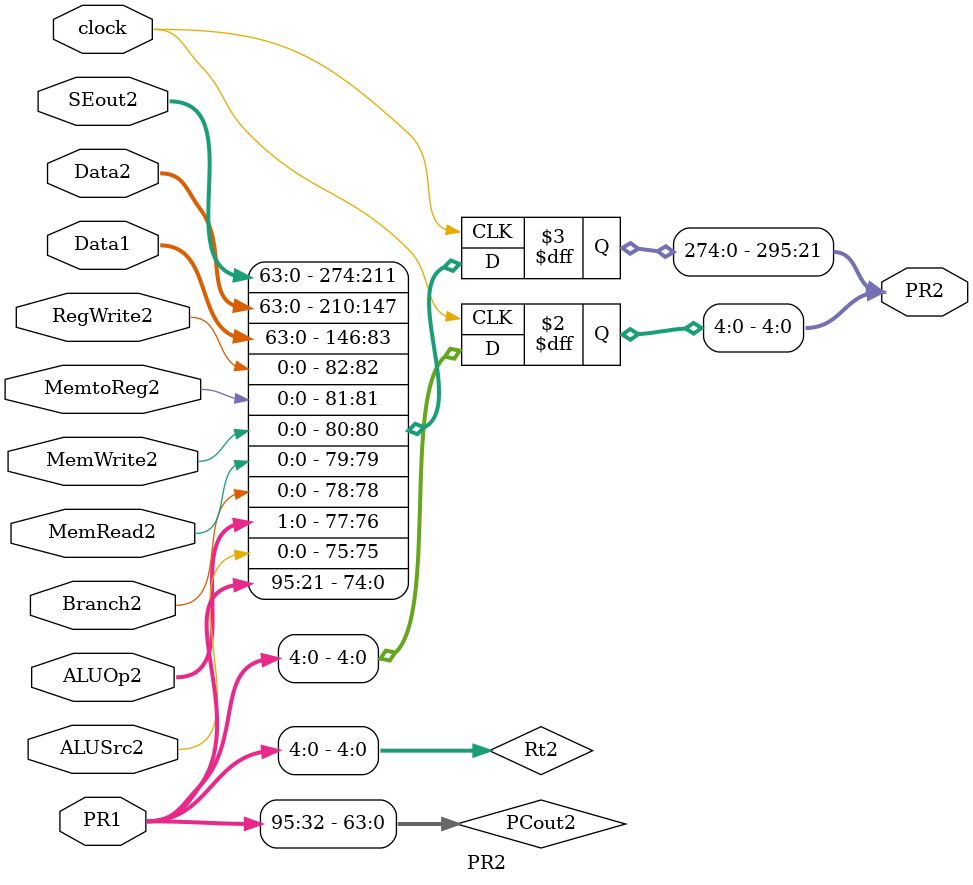
<source format=v>
`timescale 1ns / 1ps
module PR2(PR1, PR2, Data1, Data2, SEout2, clock, 
			ALUSrc2, Branch2, MemRead2,MemWrite2,MemtoReg2,RegWrite2,ALUOp2);
		input clock;
		input [499:0] PR1;
		input [63:0] Data1, Data2, SEout2;
		
		output reg [499:0] PR2;
		
		input ALUSrc2, Branch2, MemRead2,MemWrite2,MemtoReg2,RegWrite2;
		input [1:0] ALUOp2;
		
		wire [63:0] PCout2;
		wire [4:0] Rt2;
		
		assign PCout2 = PR1[95:32];
		assign Rt2 = PR1[4:0];
	
		
		always @ (posedge clock) begin
		PR2[95:32] <= PCout2;
		PR2[96] <= ALUSrc2;
		PR2[98:97] <= ALUOp2;
		PR2[99] <= Branch2;
		PR2[100] <= MemRead2;
		PR2[101] <= MemWrite2;
		PR2[102] <= MemtoReg2;
		PR2[103] <= RegWrite2;
		PR2[167:104] <= Data1;
		PR2[231:168] <= Data2;
		PR2[295:232] <= SEout2;
		PR2[31:21] <= PR1[31:21];  // Opcode
		PR2[4:0] <= Rt2;
		end
		
endmodule

</source>
